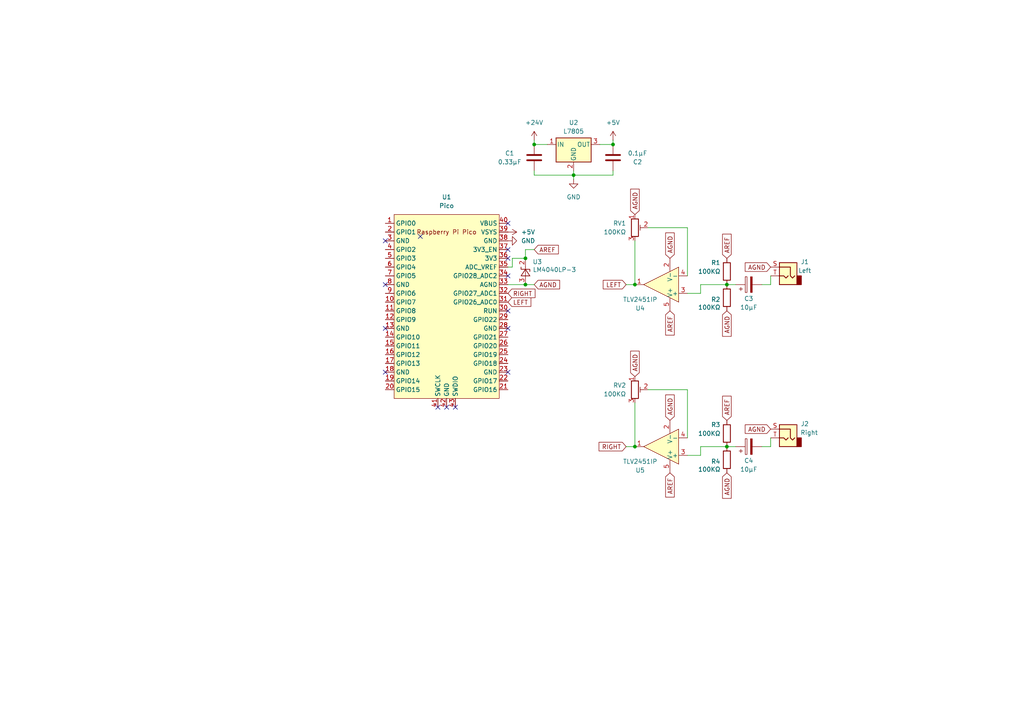
<source format=kicad_sch>
(kicad_sch (version 20231120) (generator "eeschema") (generator_version "8.0")
  (paper "A4")
  (lib_symbols
    (symbol "Amplifier_Operational:NCS20071SN" (pin_names (offset 0.127))
      (property "Reference" "U" (at 0 10.16 0))
      (property "Value" "NCS20071SN" (at 0 7.62 0))
      (symbol "NCS20071SN_1_1"
        (polyline (pts (xy 5.08 0) (xy -5.08 5.08) (xy -5.08 -5.08) (xy 5.08 0)) (fill (type background)))
        (pin output line (at 7.62 0 180) (length 2.54) (name "~") (number "1"))
        (pin power_in line (at -2.54 -7.62 90) (length 3.81) (name "V-") (number "2"))
        (pin input line (at -7.62 2.54 0) (length 2.54) (name "+") (number "3"))
        (pin input line (at -7.62 -2.54 0) (length 2.54) (name "-") (number "4"))
        (pin power_in line (at -2.54 7.62 270) (length 3.81) (name "V+") (number "5"))
      )
    )
    (symbol "Connector_Audio:AudioJack2"
      (property "Reference" "J" (at 0 8.89 0))
      (property "Value" "AudioJack2" (at 0 6.35 0))
      (symbol "AudioJack2_0_1"
        (rectangle (start -3.81 0) (end -2.54 -2.54) (stroke (width 0.254)) (fill (type outline)))
        (rectangle (start -2.54 3.81) (end 2.54 -2.54) (stroke (width 0.254)) (fill (type background)))
        (polyline (pts (xy 0 0) (xy 0.635 -0.635) (xy 1.27 0) (xy 2.54 0)) (stroke (width 0.254)))
        (polyline (pts (xy 2.54 2.54) (xy -0.635 2.54) (xy -0.635 0) (xy -1.27 -0.635) (xy -1.905 0)) (stroke (width 0.254)))
      )
      (symbol "AudioJack2_1_1"
        (pin passive line (at 5.08 2.54 180) (length 2.54) (name "~") (number "S"))
        (pin passive line (at 5.08 0 180) (length 2.54) (name "~") (number "T"))
      )
    )
    (symbol "Device:C" (pin_numbers hide) (pin_names (offset 0.254))
      (property "Reference" "C" (at 0.635 2.54 0))
      (property "Value" "C" (at 0.635 -2.54 0))
      (symbol "C_0_1"
        (polyline (pts (xy -2.032 -0.762) (xy 2.032 -0.762)) (stroke (width 0.508)))
        (polyline (pts (xy -2.032 0.762) (xy 2.032 0.762)) (stroke (width 0.508)))
      )
      (symbol "C_1_1"
        (pin passive line (at 0 3.81 270) (length 2.794) (name "~") (number "1"))
        (pin passive line (at 0 -3.81 90) (length 2.794) (name "~") (number "2"))
      )
    )
    (symbol "Device:C_Polarized" (pin_numbers hide) (pin_names (offset 0.254))
      (property "Reference" "C" (at 0.635 2.54 0))
      (property "Value" "C_Polarized" (at 0.635 -2.54 0))
      (symbol "C_Polarized_0_1"
        (rectangle (start -2.286 0.508) (end 2.286 1.016))
        (polyline (pts (xy -1.778 2.286) (xy -0.762 2.286)))
        (polyline (pts (xy -1.27 2.794) (xy -1.27 1.778)))
        (rectangle (start 2.286 -0.508) (end -2.286 -1.016) (fill (type outline)))
      )
      (symbol "C_Polarized_1_1"
        (pin passive line (at 0 3.81 270) (length 2.794) (name "~") (number "1"))
        (pin passive line (at 0 -3.81 90) (length 2.794) (name "~") (number "2"))
      )
    )
    (symbol "Device:R" (pin_numbers hide) (pin_names (offset 0))
      (property "Reference" "R" (at 2.032 0 90))
      (property "Value" "R" (at 0 0 90))
      (symbol "R_0_1"
        (rectangle (start -1.016 -2.54) (end 1.016 2.54) (stroke (width 0.254)))
      )
      (symbol "R_1_1"
        (pin passive line (at 0 3.81 270) (length 1.27) (name "~") (number "1"))
        (pin passive line (at 0 -3.81 90) (length 1.27) (name "~") (number "2"))
      )
    )
    (symbol "Device:R_Potentiometer_Trim" (pin_names (offset 1.016) hide)
      (property "Reference" "RV" (at -4.445 0 90))
      (property "Value" "R_Potentiometer_Trim" (at -2.54 0 90))
      (symbol "R_Potentiometer_Trim_0_1"
        (polyline (pts (xy 1.524 0.762) (xy 1.524 -0.762)))
        (polyline (pts (xy 2.54 0) (xy 1.524 0)))
        (rectangle (start 1.016 2.54) (end -1.016 -2.54) (stroke (width 0.254)))
      )
      (symbol "R_Potentiometer_Trim_1_1"
        (pin passive line (at 0 3.81 270) (length 1.27) (name "1") (number "1"))
        (pin passive line (at 3.81 0 180) (length 1.27) (name "2") (number "2"))
        (pin passive line (at 0 -3.81 90) (length 1.27) (name "3") (number "3"))
      )
    )
    (symbol "MCU_RaspberryPi_and_Boards:Pico"
      (property "Reference" "U" (at -13.97 27.94 0))
      (property "Value" "Pico" (at 0 19.05 0))
      (symbol "Pico_0_0"
        (text "Raspberry Pi Pico" (at 0 21.59 0) (effects (font (size 1.27 1.27))))
      )
      (symbol "Pico_0_1"
        (rectangle (start -15.24 26.67) (end 15.24 -26.67) (fill (type background)))
      )
      (symbol "Pico_1_1"
        (pin bidirectional line (at -17.78 24.13 0) (length 2.54) (name "GPIO0") (number "1"))
        (pin bidirectional line (at -17.78 1.27 0) (length 2.54) (name "GPIO7") (number "10"))
        (pin bidirectional line (at -17.78 -1.27 0) (length 2.54) (name "GPIO8") (number "11"))
        (pin bidirectional line (at -17.78 -3.81 0) (length 2.54) (name "GPIO9") (number "12"))
        (pin power_in line (at -17.78 -6.35 0) (length 2.54) (name "GND") (number "13"))
        (pin bidirectional line (at -17.78 -8.89 0) (length 2.54) (name "GPIO10") (number "14"))
        (pin bidirectional line (at -17.78 -11.43 0) (length 2.54) (name "GPIO11") (number "15"))
        (pin bidirectional line (at -17.78 -13.97 0) (length 2.54) (name "GPIO12") (number "16"))
        (pin bidirectional line (at -17.78 -16.51 0) (length 2.54) (name "GPIO13") (number "17"))
        (pin power_in line (at -17.78 -19.05 0) (length 2.54) (name "GND") (number "18"))
        (pin bidirectional line (at -17.78 -21.59 0) (length 2.54) (name "GPIO14") (number "19"))
        (pin bidirectional line (at -17.78 21.59 0) (length 2.54) (name "GPIO1") (number "2"))
        (pin bidirectional line (at -17.78 -24.13 0) (length 2.54) (name "GPIO15") (number "20"))
        (pin bidirectional line (at 17.78 -24.13 180) (length 2.54) (name "GPIO16") (number "21"))
        (pin bidirectional line (at 17.78 -21.59 180) (length 2.54) (name "GPIO17") (number "22"))
        (pin power_in line (at 17.78 -19.05 180) (length 2.54) (name "GND") (number "23"))
        (pin bidirectional line (at 17.78 -16.51 180) (length 2.54) (name "GPIO18") (number "24"))
        (pin bidirectional line (at 17.78 -13.97 180) (length 2.54) (name "GPIO19") (number "25"))
        (pin bidirectional line (at 17.78 -11.43 180) (length 2.54) (name "GPIO20") (number "26"))
        (pin bidirectional line (at 17.78 -8.89 180) (length 2.54) (name "GPIO21") (number "27"))
        (pin power_in line (at 17.78 -6.35 180) (length 2.54) (name "GND") (number "28"))
        (pin bidirectional line (at 17.78 -3.81 180) (length 2.54) (name "GPIO22") (number "29"))
        (pin power_in line (at -17.78 19.05 0) (length 2.54) (name "GND") (number "3"))
        (pin input line (at 17.78 -1.27 180) (length 2.54) (name "RUN") (number "30"))
        (pin bidirectional line (at 17.78 1.27 180) (length 2.54) (name "GPIO26_ADC0") (number "31"))
        (pin bidirectional line (at 17.78 3.81 180) (length 2.54) (name "GPIO27_ADC1") (number "32"))
        (pin power_in line (at 17.78 6.35 180) (length 2.54) (name "AGND") (number "33"))
        (pin bidirectional line (at 17.78 8.89 180) (length 2.54) (name "GPIO28_ADC2") (number "34"))
        (pin power_in line (at 17.78 11.43 180) (length 2.54) (name "ADC_VREF") (number "35"))
        (pin power_in line (at 17.78 13.97 180) (length 2.54) (name "3V3") (number "36"))
        (pin input line (at 17.78 16.51 180) (length 2.54) (name "3V3_EN") (number "37"))
        (pin bidirectional line (at 17.78 19.05 180) (length 2.54) (name "GND") (number "38"))
        (pin power_in line (at 17.78 21.59 180) (length 2.54) (name "VSYS") (number "39"))
        (pin bidirectional line (at -17.78 16.51 0) (length 2.54) (name "GPIO2") (number "4"))
        (pin power_in line (at 17.78 24.13 180) (length 2.54) (name "VBUS") (number "40"))
        (pin input line (at -2.54 -29.21 90) (length 2.54) (name "SWCLK") (number "41"))
        (pin power_in line (at 0 -29.21 90) (length 2.54) (name "GND") (number "42"))
        (pin bidirectional line (at 2.54 -29.21 90) (length 2.54) (name "SWDIO") (number "43"))
        (pin bidirectional line (at -17.78 13.97 0) (length 2.54) (name "GPIO3") (number "5"))
        (pin bidirectional line (at -17.78 11.43 0) (length 2.54) (name "GPIO4") (number "6"))
        (pin bidirectional line (at -17.78 8.89 0) (length 2.54) (name "GPIO5") (number "7"))
        (pin power_in line (at -17.78 6.35 0) (length 2.54) (name "GND") (number "8"))
        (pin bidirectional line (at -17.78 3.81 0) (length 2.54) (name "GPIO6") (number "9"))
      )
    )
    (symbol "Reference_Voltage:LM4040LP-3" (pin_names (offset 0.0254) hide)
      (property "Reference" "U" (at 0 2.54 0))
      (property "Value" "LM4040LP-3" (at 0 -3.175 0))
      (symbol "LM4040LP-3_0_1"
        (polyline (pts (xy -1.27 0) (xy 0 0) (xy 1.27 0)))
        (polyline (pts (xy -1.27 -1.27) (xy 0.635 0) (xy -1.27 1.27) (xy -1.27 -1.27)) (stroke (width 0.2032)))
        (polyline (pts (xy 0 -1.27) (xy 0.635 -1.27) (xy 0.635 1.27) (xy 1.27 1.27)) (stroke (width 0.2032)))
      )
      (symbol "LM4040LP-3_1_1"
        (pin no_connect line (at -1.27 0 0) (length 2.54) hide (name "NC") (number "1"))
        (pin passive line (at 3.81 0 180) (length 2.54) (name "K") (number "2"))
        (pin passive line (at -3.81 0 0) (length 2.54) (name "A") (number "3"))
      )
    )
    (symbol "Regulator_Linear:L7805" (pin_names (offset 0.254))
      (property "Reference" "U" (at -3.81 3.175 0))
      (property "Value" "L7805" (at 0 3.175 0))
      (symbol "L7805_0_1"
        (rectangle (start -5.08 1.905) (end 5.08 -5.08) (stroke (width 0.254)) (fill (type background)))
      )
      (symbol "L7805_1_1"
        (pin power_in line (at -7.62 0 0) (length 2.54) (name "IN") (number "1"))
        (pin power_in line (at 0 -7.62 90) (length 2.54) (name "GND") (number "2"))
        (pin power_out line (at 7.62 0 180) (length 2.54) (name "OUT") (number "3"))
      )
    )
    (symbol "power:+24V" (power) (pin_numbers hide) (pin_names (offset 0) hide)
      (property "Value" "+24V" (at 0 3.556 0))
      (symbol "+24V_0_1"
        (polyline (pts (xy -0.762 1.27) (xy 0 2.54)))
        (polyline (pts (xy 0 0) (xy 0 2.54)))
        (polyline (pts (xy 0 2.54) (xy 0.762 1.27)))
      )
      (symbol "+24V_1_1"
        (pin power_in line (at 0 0 90) (length 0) (name "~") (number "1"))
      )
    )
    (symbol "power:+5V" (power) (pin_numbers hide) (pin_names (offset 0) hide)
      (property "Value" "+5V" (at 0 3.556 0))
      (symbol "+5V_0_1"
        (polyline (pts (xy -0.762 1.27) (xy 0 2.54)))
        (polyline (pts (xy 0 0) (xy 0 2.54)))
        (polyline (pts (xy 0 2.54) (xy 0.762 1.27)))
      )
      (symbol "+5V_1_1"
        (pin power_in line (at 0 0 90) (length 0) (name "~") (number "1"))
      )
    )
    (symbol "power:GND" (power) (pin_numbers hide) (pin_names (offset 0) hide)
      (property "Value" "GND" (at 0 -3.81 0))
      (symbol "GND_0_1"
        (polyline (pts (xy 0 0) (xy 0 -1.27) (xy 1.27 -1.27) (xy 0 -2.54) (xy -1.27 -1.27) (xy 0 -1.27)))
      )
      (symbol "GND_1_1"
        (pin power_in line (at 0 0 270) (length 0) (name "~") (number "1"))
      )
    )
  )
  (junction (at 210.82 82.55))
  (junction (at 177.8 41.91))
  (junction (at 152.4 74.93))
  (junction (at 210.82 129.54))
  (junction (at 154.94 41.91))
  (junction (at 184.15 82.55))
  (junction (at 152.4 82.55))
  (junction (at 166.37 50.8))
  (junction (at 184.15 129.54))
  (no_connect (at 132.08 118.11))
  (no_connect (at 111.76 95.25))
  (no_connect (at 111.76 107.95))
  (no_connect (at 147.32 95.25))
  (no_connect (at 147.32 90.17))
  (no_connect (at 127 118.11))
  (no_connect (at 111.76 82.55))
  (no_connect (at 111.76 69.85))
  (no_connect (at 147.32 80.01))
  (no_connect (at 121.92 68.58))
  (no_connect (at 129.54 118.11))
  (no_connect (at 147.32 107.95))
  (no_connect (at 147.32 72.39))
  (no_connect (at 147.32 64.77))
  (no_connect (at 147.32 74.93))
  (wire (pts (xy 210.82 82.55) (xy 213.36 82.55)))
  (wire (pts (xy 181.61 129.54) (xy 184.15 129.54)))
  (wire (pts (xy 177.8 50.8) (xy 177.8 49.53)))
  (wire (pts (xy 199.39 132.08) (xy 203.2 132.08)))
  (wire (pts (xy 154.94 40.64) (xy 154.94 41.91)))
  (wire (pts (xy 187.96 66.04) (xy 199.39 66.04)))
  (wire (pts (xy 154.94 50.8) (xy 166.37 50.8)))
  (wire (pts (xy 147.32 82.55) (xy 152.4 82.55)))
  (wire (pts (xy 223.52 129.54) (xy 220.98 129.54)))
  (wire (pts (xy 148.59 74.93) (xy 148.59 77.47)))
  (wire (pts (xy 166.37 49.53) (xy 166.37 50.8)))
  (wire (pts (xy 154.94 49.53) (xy 154.94 50.8)))
  (wire (pts (xy 223.52 80.01) (xy 223.52 82.55)))
  (wire (pts (xy 173.99 41.91) (xy 177.8 41.91)))
  (wire (pts (xy 152.4 74.93) (xy 148.59 74.93)))
  (wire (pts (xy 166.37 50.8) (xy 177.8 50.8)))
  (wire (pts (xy 203.2 129.54) (xy 203.2 132.08)))
  (wire (pts (xy 223.52 127) (xy 223.52 129.54)))
  (wire (pts (xy 210.82 129.54) (xy 213.36 129.54)))
  (wire (pts (xy 223.52 82.55) (xy 220.98 82.55)))
  (wire (pts (xy 203.2 129.54) (xy 210.82 129.54)))
  (wire (pts (xy 184.15 116.84) (xy 184.15 129.54)))
  (wire (pts (xy 199.39 66.04) (xy 199.39 80.01)))
  (wire (pts (xy 148.59 77.47) (xy 147.32 77.47)))
  (wire (pts (xy 177.8 40.64) (xy 177.8 41.91)))
  (wire (pts (xy 154.94 41.91) (xy 158.75 41.91)))
  (wire (pts (xy 199.39 113.03) (xy 199.39 127)))
  (wire (pts (xy 181.61 82.55) (xy 184.15 82.55)))
  (wire (pts (xy 166.37 50.8) (xy 166.37 52.07)))
  (wire (pts (xy 187.96 113.03) (xy 199.39 113.03)))
  (wire (pts (xy 184.15 69.85) (xy 184.15 82.55)))
  (wire (pts (xy 203.2 82.55) (xy 210.82 82.55)))
  (wire (pts (xy 152.4 72.39) (xy 152.4 74.93)))
  (wire (pts (xy 152.4 82.55) (xy 154.94 82.55)))
  (wire (pts (xy 154.94 72.39) (xy 152.4 72.39)))
  (wire (pts (xy 199.39 85.09) (xy 203.2 85.09)))
  (wire (pts (xy 203.2 82.55) (xy 203.2 85.09)))
  (global_label "AREF" (shape input) (at 194.31 137.16 270) (property "Intersheetrefs" "${INTERSHEET_REFS}" (effects (hide yes))))
  (global_label "AGND" (shape input) (at 210.82 90.17 270) (property "Intersheetrefs" "${INTERSHEET_REFS}" (effects (hide yes))))
  (global_label "LEFT" (shape input) (at 147.32 87.63 0) (property "Intersheetrefs" "${INTERSHEET_REFS}" (effects (hide yes))))
  (global_label "AGND" (shape input) (at 223.52 77.47 180) (property "Intersheetrefs" "${INTERSHEET_REFS}" (effects (hide yes))))
  (global_label "AGND" (shape input) (at 194.31 74.93 90) (property "Intersheetrefs" "${INTERSHEET_REFS}" (effects (hide yes))))
  (global_label "AREF" (shape input) (at 154.94 72.39 0) (property "Intersheetrefs" "${INTERSHEET_REFS}" (effects (hide yes))))
  (global_label "RIGHT" (shape input) (at 181.61 129.54 180) (property "Intersheetrefs" "${INTERSHEET_REFS}" (effects (hide yes))))
  (global_label "LEFT" (shape input) (at 181.61 82.55 180) (property "Intersheetrefs" "${INTERSHEET_REFS}" (effects (hide yes))))
  (global_label "AREF" (shape input) (at 210.82 74.93 90) (property "Intersheetrefs" "${INTERSHEET_REFS}" (effects (hide yes))))
  (global_label "AREF" (shape input) (at 210.82 121.92 90) (property "Intersheetrefs" "${INTERSHEET_REFS}" (effects (hide yes))))
  (global_label "AGND" (shape input) (at 184.15 62.23 90) (property "Intersheetrefs" "${INTERSHEET_REFS}" (effects (hide yes))))
  (global_label "AGND" (shape input) (at 194.31 121.92 90) (property "Intersheetrefs" "${INTERSHEET_REFS}" (effects (hide yes))))
  (global_label "AGND" (shape input) (at 184.15 109.22 90) (property "Intersheetrefs" "${INTERSHEET_REFS}" (effects (hide yes))))
  (global_label "RIGHT" (shape input) (at 147.32 85.09 0) (property "Intersheetrefs" "${INTERSHEET_REFS}" (effects (hide yes))))
  (global_label "AGND" (shape input) (at 154.94 82.55 0) (property "Intersheetrefs" "${INTERSHEET_REFS}" (effects (hide yes))))
  (global_label "AREF" (shape input) (at 194.31 90.17 270) (property "Intersheetrefs" "${INTERSHEET_REFS}" (effects (hide yes))))
  (global_label "AGND" (shape input) (at 223.52 124.46 180) (property "Intersheetrefs" "${INTERSHEET_REFS}" (effects (hide yes))))
  (global_label "AGND" (shape input) (at 210.82 137.16 270) (property "Intersheetrefs" "${INTERSHEET_REFS}" (effects (hide yes))))
  (symbol (lib_id "power:GND") (at 147.32 69.85 90) (unit 1)
    (property "Reference" "#PWR06" (effects (hide yes)))
    (property "Value" "GND" (at 151.13 69.8499 90) (effects (justify right)))
    (property "Description" "Power symbol creates a global label with name \"GND\" , ground" (effects (hide yes)))
  )
  (symbol (lib_id "power:+5V") (at 147.32 67.31 270) (unit 1)
    (property "Reference" "#PWR05" (effects (hide yes)))
    (property "Value" "+5V" (at 151.13 67.3099 90) (effects (justify left)))
    (property "Description" "Power symbol creates a global label with name \"+5V\"" (effects (hide yes)))
  )
  (symbol (lib_id "power:GND") (at 166.37 52.07 0) (unit 1)
    (property "Reference" "#PWR01" (effects (hide yes)))
    (property "Value" "GND" (at 166.37 57.15 0))
    (property "Description" "Power symbol creates a global label with name \"GND\" , ground" (effects (hide yes)))
  )
  (symbol (lib_id "Amplifier_Operational:NCS20071SN") (at 191.77 82.55 180) (unit 1)
    (property "Reference" "U4" (at 185.674 89.408 0))
    (property "Value" "TLV2451IP" (at 185.674 86.868 0))
    (property "Footprint" "Package_SO:TSOP-5_1.65x3.05mm_P0.95mm" (effects (hide yes)))
    (property "Datasheet" "https://www.onsemi.com/pub/Collateral/NCS20071-D.PDF" (effects (hide yes)))
    (property "Description" "Single, 2.8V/µs, Rail-to-Rail Output, TSOP-5" (effects (hide yes)))
  )
  (symbol (lib_id "Connector_Audio:AudioJack2") (at 228.6 127 0) (mirror y) (unit 1)
    (property "Reference" "J2" (at 233.426 122.936 0))
    (property "Value" "Right" (at 234.696 125.476 0))
    (property "Description" "Audio Jack, 2 Poles (Mono / TS)" (effects (hide yes)))
  )
  (symbol (lib_id "power:+5V") (at 177.8 40.64 0) (unit 1)
    (property "Reference" "#PWR04" (effects (hide yes)))
    (property "Value" "+5V" (at 177.8 35.56 0))
    (property "Description" "Power symbol creates a global label with name \"+5V\"" (effects (hide yes)))
  )
  (symbol (lib_id "Device:R_Potentiometer_Trim") (at 184.15 113.03 0) (unit 1)
    (property "Reference" "RV2" (at 181.61 111.7599 0) (effects (justify right)))
    (property "Value" "100KΩ" (at 181.61 114.2999 0) (effects (justify right)))
    (property "Description" "Trim-potentiometer" (effects (hide yes)))
  )
  (symbol (lib_id "Device:C_Polarized") (at 217.17 129.54 90) (unit 1)
    (property "Reference" "C4" (at 217.17 133.604 90))
    (property "Value" "10µF" (at 217.17 136.144 90))
    (property "Description" "Polarized capacitor" (effects (hide yes)))
  )
  (symbol (lib_id "Reference_Voltage:LM4040LP-3") (at 152.4 78.74 90) (unit 1)
    (property "Reference" "U3" (at 157.226 75.946 90) (effects (justify left)))
    (property "Value" "LM4040LP-3" (at 167.132 78.232 90) (effects (justify left)))
    (property "Footprint" "Package_TO_SOT_THT:TO-92_Inline" (effects (hide yes)))
    (property "Datasheet" "http://www.ti.com/lit/ds/symlink/lm4040-n.pdf" (effects (hide yes)))
    (property "Description" "3.000V Precision Micropower Shunt Voltage Reference, TO-92" (effects (hide yes)))
  )
  (symbol (lib_id "Device:R") (at 210.82 133.35 0) (unit 1)
    (property "Reference" "R4" (at 206.248 133.858 0) (effects (justify left)))
    (property "Value" "100KΩ" (at 202.438 136.144 0) (effects (justify left)))
    (property "Description" "Resistor" (effects (hide yes)))
  )
  (symbol (lib_id "Device:R") (at 210.82 125.73 0) (unit 1)
    (property "Reference" "R3" (at 206.248 123.19 0) (effects (justify left)))
    (property "Value" "100KΩ" (at 202.438 125.73 0) (effects (justify left)))
    (property "Description" "Resistor" (effects (hide yes)))
  )
  (symbol (lib_id "Device:C") (at 154.94 45.72 180) (unit 1)
    (property "Reference" "C1" (at 147.828 44.45 0))
    (property "Value" "0.33µF" (at 147.828 46.99 0))
    (property "Description" "Unpolarized capacitor" (effects (hide yes)))
  )
  (symbol (lib_id "Connector_Audio:AudioJack2") (at 228.6 80.01 0) (mirror y) (unit 1)
    (property "Reference" "J1" (at 233.426 75.946 0))
    (property "Value" "Left" (at 233.426 78.486 0))
    (property "Description" "Audio Jack, 2 Poles (Mono / TS)" (effects (hide yes)))
  )
  (symbol (lib_id "Device:C") (at 177.8 45.72 0) (unit 1)
    (property "Reference" "C2" (at 184.912 46.99 0))
    (property "Value" "0.1µF" (at 184.912 44.45 0))
    (property "Description" "Unpolarized capacitor" (effects (hide yes)))
  )
  (symbol (lib_id "Device:C_Polarized") (at 217.17 82.55 90) (unit 1)
    (property "Reference" "C3" (at 217.17 86.614 90))
    (property "Value" "10µF" (at 217.17 89.154 90))
    (property "Description" "Polarized capacitor" (effects (hide yes)))
  )
  (symbol (lib_id "power:+24V") (at 154.94 40.64 0) (unit 1)
    (property "Reference" "#PWR02" (effects (hide yes)))
    (property "Value" "+24V" (at 154.94 35.56 0))
    (property "Description" "Power symbol creates a global label with name \"+24V\"" (effects (hide yes)))
  )
  (symbol (lib_id "Regulator_Linear:L7805") (at 166.37 41.91 0) (unit 1)
    (property "Reference" "U2" (at 166.37 35.56 0))
    (property "Value" "L7805" (at 166.37 38.1 0))
    (property "Datasheet" "http://www.st.com/content/ccc/resource/technical/document/datasheet/41/4f/b3/b0/12/d4/47/88/CD00000444.pdf/files/CD00000444.pdf/jcr:content/translations/en.CD00000444.pdf" (effects (hide yes)))
    (property "Description" "Positive 1.5A 35V Linear Regulator, Fixed Output 5V, TO-220/TO-263/TO-252" (effects (hide yes)))
  )
  (symbol (lib_id "Amplifier_Operational:NCS20071SN") (at 191.77 129.54 180) (unit 1)
    (property "Reference" "U5" (at 185.674 136.398 0))
    (property "Value" "TLV2451IP" (at 185.674 133.858 0))
    (property "Footprint" "Package_SO:TSOP-5_1.65x3.05mm_P0.95mm" (effects (hide yes)))
    (property "Datasheet" "https://www.onsemi.com/pub/Collateral/NCS20071-D.PDF" (effects (hide yes)))
    (property "Description" "Single, 2.8V/µs, Rail-to-Rail Output, TSOP-5" (effects (hide yes)))
  )
  (symbol (lib_id "Device:R_Potentiometer_Trim") (at 184.15 66.04 0) (unit 1)
    (property "Reference" "RV1" (at 181.61 64.7699 0) (effects (justify right)))
    (property "Value" "100KΩ" (at 181.61 67.3099 0) (effects (justify right)))
    (property "Description" "Trim-potentiometer" (effects (hide yes)))
  )
  (symbol (lib_id "MCU_RaspberryPi_and_Boards:Pico") (at 129.54 88.9 0) (unit 1)
    (property "Reference" "U1" (at 129.54 57.15 0))
    (property "Value" "Pico" (at 129.54 59.69 0))
    (property "Footprint" "RPi_Pico:RPi_Pico_SMD_TH" (effects (hide yes)))
  )
  (symbol (lib_id "Device:R") (at 210.82 78.74 0) (unit 1)
    (property "Reference" "R1" (at 206.248 76.2 0) (effects (justify left)))
    (property "Value" "100KΩ" (at 202.438 78.74 0) (effects (justify left)))
    (property "Description" "Resistor" (effects (hide yes)))
  )
  (symbol (lib_id "Device:R") (at 210.82 86.36 0) (unit 1)
    (property "Reference" "R2" (at 206.248 86.868 0) (effects (justify left)))
    (property "Value" "100KΩ" (at 202.438 89.154 0) (effects (justify left)))
    (property "Description" "Resistor" (effects (hide yes)))
  )
)
</source>
